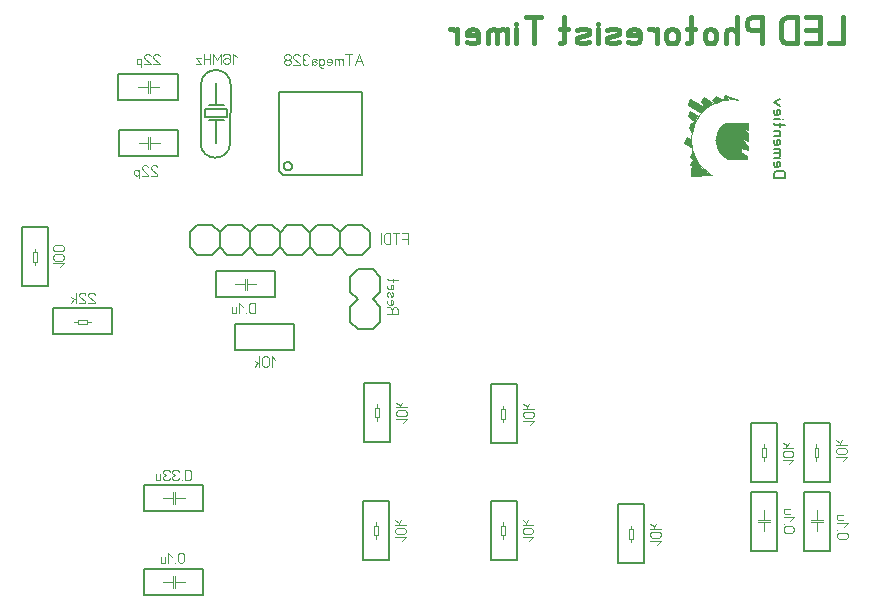
<source format=gbr>
%FSLAX34Y34*%
%MOMM*%
%LNSILK_BOTTOM*%
G71*
G01*
%ADD10C,0.150*%
%ADD11C,0.100*%
%ADD12C,0.111*%
%ADD13C,0.175*%
%ADD14C,0.200*%
%ADD15C,0.397*%
%LPD*%
G54D10*
X123416Y332959D02*
X101416Y332959D01*
X101416Y282959D01*
X123416Y282959D01*
X123416Y332959D01*
G54D11*
X112695Y315000D02*
X112695Y311799D01*
X114295Y311799D01*
X114295Y303900D01*
X111095Y303899D01*
X111095Y311799D01*
X112695Y311799D01*
G54D11*
X112695Y303899D02*
X112695Y300700D01*
G54D12*
X133593Y299107D02*
X136926Y302440D01*
X128037Y302440D01*
G54D12*
X135259Y310217D02*
X129704Y310217D01*
X128593Y309551D01*
X128037Y308217D01*
X128037Y306884D01*
X128593Y305551D01*
X129704Y304884D01*
X135259Y304884D01*
X136370Y305551D01*
X136926Y306884D01*
X136926Y308217D01*
X136370Y309551D01*
X135259Y310217D01*
G54D12*
X135259Y317994D02*
X129704Y317994D01*
X128593Y317328D01*
X128037Y315994D01*
X128037Y314661D01*
X128593Y313328D01*
X129704Y312661D01*
X135259Y312661D01*
X136370Y313328D01*
X136926Y314661D01*
X136926Y315994D01*
X136370Y317328D01*
X135259Y317994D01*
G54D10*
X127865Y242306D02*
X127865Y264306D01*
X177865Y264306D01*
X177865Y242306D01*
X127865Y242306D01*
G54D11*
X145825Y253027D02*
X149025Y253027D01*
X149025Y251427D01*
X156925Y251427D01*
X156925Y254627D01*
X149025Y254627D01*
X149025Y253027D01*
G54D11*
X156925Y253027D02*
X160125Y253027D01*
G54D12*
X157826Y268880D02*
X163159Y268880D01*
X163159Y269435D01*
X162493Y270546D01*
X158493Y273880D01*
X157826Y274991D01*
X157826Y276102D01*
X158493Y277213D01*
X159826Y277769D01*
X161159Y277769D01*
X162493Y277213D01*
X163159Y276102D01*
G54D12*
X150049Y268880D02*
X155382Y268880D01*
X155382Y269435D01*
X154716Y270546D01*
X150716Y273880D01*
X150049Y274991D01*
X150049Y276102D01*
X150716Y277213D01*
X152049Y277769D01*
X153382Y277769D01*
X154716Y277213D01*
X155382Y276102D01*
G54D12*
X147605Y268880D02*
X147605Y277769D01*
G54D12*
X145605Y272213D02*
X143605Y268880D01*
G54D12*
X147605Y271102D02*
X143605Y273880D01*
G54D10*
X763682Y167664D02*
X785682Y167664D01*
X785682Y117664D01*
X763682Y117664D01*
X763682Y167664D01*
G54D11*
X774404Y149704D02*
X774404Y146504D01*
X772804Y146504D01*
X772804Y138604D01*
X776004Y138604D01*
X776004Y146504D01*
X774404Y146504D01*
G54D11*
X774404Y138604D02*
X774404Y135404D01*
G54D12*
X796606Y135148D02*
X799939Y138481D01*
X791050Y138481D01*
G54D12*
X798273Y146258D02*
X792717Y146258D01*
X791606Y145591D01*
X791050Y144258D01*
X791050Y142925D01*
X791606Y141591D01*
X792717Y140925D01*
X798273Y140925D01*
X799384Y141591D01*
X799939Y142925D01*
X799939Y144258D01*
X799384Y145591D01*
X798273Y146258D01*
G54D12*
X791050Y148702D02*
X799939Y148702D01*
G54D12*
X794384Y150702D02*
X791050Y152702D01*
G54D12*
X793273Y148702D02*
X796050Y152702D01*
G54D11*
X239560Y103705D02*
X231560Y103705D01*
X231560Y108705D01*
X231560Y98705D01*
G54D11*
X229560Y108705D02*
X229560Y98705D01*
G54D11*
X229560Y103705D02*
X221560Y103705D01*
G54D10*
X204899Y114709D02*
X204899Y92709D01*
X254899Y92709D01*
X254899Y114709D01*
X204899Y114709D01*
G54D12*
X239384Y126156D02*
X239384Y120600D01*
X240050Y119489D01*
X241384Y118933D01*
X242717Y118933D01*
X244050Y119489D01*
X244717Y120600D01*
X244717Y126156D01*
X244050Y127267D01*
X242717Y127822D01*
X241384Y127822D01*
X240050Y127267D01*
X239384Y126156D01*
G54D12*
X236940Y118933D02*
X236940Y118933D01*
G54D12*
X234496Y126156D02*
X233830Y127267D01*
X232496Y127822D01*
X231163Y127822D01*
X229830Y127267D01*
X229163Y126156D01*
X229163Y125044D01*
X229830Y123933D01*
X231163Y123378D01*
X229830Y122822D01*
X229163Y121711D01*
X229163Y120600D01*
X229830Y119489D01*
X231163Y118933D01*
X232496Y118933D01*
X233830Y119489D01*
X234496Y120600D01*
G54D12*
X226719Y126156D02*
X226052Y127267D01*
X224719Y127822D01*
X223386Y127822D01*
X222052Y127267D01*
X221386Y126156D01*
X221386Y125044D01*
X222052Y123933D01*
X223386Y123378D01*
X222052Y122822D01*
X221386Y121711D01*
X221386Y120600D01*
X222052Y119489D01*
X223386Y118933D01*
X224719Y118933D01*
X226052Y119489D01*
X226719Y120600D01*
G54D12*
X214942Y123933D02*
X214942Y118933D01*
G54D12*
X214942Y120044D02*
X215609Y119156D01*
X216942Y118933D01*
X218276Y119156D01*
X218942Y120044D01*
X218942Y123933D01*
G54D11*
X239560Y33061D02*
X231560Y33061D01*
X231560Y38061D01*
X231560Y28061D01*
G54D11*
X229560Y38061D02*
X229560Y28061D01*
G54D11*
X229560Y33061D02*
X221560Y33061D01*
G54D10*
X204899Y44065D02*
X204899Y22065D01*
X254899Y22065D01*
X254899Y44065D01*
X204899Y44065D01*
G54D12*
X233828Y55909D02*
X233828Y50353D01*
X234494Y49242D01*
X235828Y48686D01*
X237161Y48686D01*
X238494Y49242D01*
X239161Y50353D01*
X239161Y55909D01*
X238494Y57020D01*
X237161Y57575D01*
X235828Y57575D01*
X234494Y57020D01*
X233828Y55909D01*
G54D12*
X231384Y48686D02*
X231384Y48686D01*
G54D12*
X228940Y54242D02*
X225606Y57575D01*
X225606Y48686D01*
G54D12*
X219163Y53686D02*
X219163Y48686D01*
G54D12*
X219163Y49798D02*
X219830Y48909D01*
X221163Y48686D01*
X222496Y48909D01*
X223163Y49798D01*
X223163Y53686D01*
G54D13*
X738342Y374839D02*
X748120Y374839D01*
X748120Y378505D01*
X747509Y379972D01*
X746286Y380705D01*
X740175Y380705D01*
X738953Y379972D01*
X738342Y378505D01*
X738342Y374839D01*
G54D13*
X738953Y388528D02*
X738342Y387354D01*
X738342Y385888D01*
X738953Y384421D01*
X740175Y384128D01*
X742253Y384128D01*
X743475Y384861D01*
X743842Y386328D01*
X743475Y387794D01*
X742620Y388528D01*
X741398Y388528D01*
X741398Y384128D01*
G54D13*
X738342Y391950D02*
X743842Y391950D01*
G54D13*
X742864Y391950D02*
X743842Y393416D01*
X743475Y394883D01*
X742620Y395616D01*
X738342Y395616D01*
G54D13*
X742864Y395616D02*
X743842Y397083D01*
X743475Y398550D01*
X742620Y399283D01*
X738342Y399283D01*
G54D13*
X738953Y407105D02*
X738342Y405931D01*
X738342Y404465D01*
X738953Y402998D01*
X740175Y402705D01*
X742253Y402705D01*
X743475Y403438D01*
X743842Y404905D01*
X743475Y406371D01*
X742620Y407105D01*
X741398Y407105D01*
X741398Y402705D01*
G54D13*
X738342Y410527D02*
X743842Y410527D01*
G54D13*
X742620Y410527D02*
X743475Y411260D01*
X743842Y412727D01*
X743475Y414193D01*
X742620Y414927D01*
X738342Y414927D01*
G54D13*
X748120Y419815D02*
X738953Y419815D01*
X738342Y420549D01*
X738586Y421282D01*
G54D13*
X743842Y418349D02*
X743842Y421282D01*
G54D13*
X738342Y424704D02*
X743842Y424704D01*
G54D13*
X745675Y424704D02*
X745675Y424704D01*
G54D13*
X738953Y432526D02*
X738342Y431352D01*
X738342Y429886D01*
X738953Y428419D01*
X740175Y428126D01*
X742253Y428126D01*
X743475Y428859D01*
X743842Y430326D01*
X743475Y431792D01*
X742620Y432526D01*
X741398Y432526D01*
X741398Y428126D01*
G54D13*
X743842Y435948D02*
X738342Y438881D01*
X743842Y441814D01*
G54D11*
G75*
G01X697683Y421209D02*
G03X697683Y391764I8500J-14722D01*
G01*
G36*
G75*
G01X697683Y421209D02*
G03X697683Y391764I8500J-14722D01*
G01*
G37*
X697683Y421209D01*
G36*
X697683Y421209D02*
X716442Y421209D01*
X716455Y421196D01*
X716455Y415640D01*
X712486Y417227D01*
X716058Y412465D01*
X716058Y405718D01*
X709708Y409290D01*
X716058Y402146D01*
X716058Y398177D01*
X710502Y400162D01*
X710502Y396987D01*
X715661Y393415D01*
X715661Y391034D01*
X698414Y391034D01*
X697683Y391764D01*
X697683Y421209D01*
G37*
G54D11*
X697683Y421209D02*
X716442Y421209D01*
X716455Y421196D01*
X716455Y415640D01*
X712486Y417227D01*
X716058Y412465D01*
X716058Y405718D01*
X709708Y409290D01*
X716058Y402146D01*
X716058Y398177D01*
X710502Y400162D01*
X710502Y396987D01*
X715661Y393415D01*
X715661Y391034D01*
X698414Y391034D01*
X697683Y391764D01*
X697683Y421209D01*
G36*
X708120Y441040D02*
X700977Y442230D01*
X695024Y441040D01*
X697008Y445405D01*
X708120Y441040D01*
G37*
G54D11*
X708120Y441040D02*
X700977Y442230D01*
X695024Y441040D01*
X697008Y445405D01*
X708120Y441040D01*
G54D11*
G75*
G01X708142Y440999D02*
G03X685629Y377069I-5159J-34112D01*
G01*
G36*
X695024Y441040D02*
X689467Y444612D01*
X686292Y441040D01*
X689070Y438659D01*
X695024Y441040D01*
G37*
G54D11*
X695024Y441040D02*
X689467Y444612D01*
X686292Y441040D01*
X689070Y438659D01*
X695024Y441040D01*
G36*
X687086Y437865D02*
X679545Y443024D01*
X676767Y439055D01*
X681133Y433896D01*
X667242Y441834D01*
X665258Y436674D01*
X676370Y429530D01*
X680736Y434293D01*
X687086Y437865D01*
G37*
G54D11*
X687086Y437865D02*
X679545Y443024D01*
X676767Y439055D01*
X681133Y433896D01*
X667242Y441834D01*
X665258Y436674D01*
X676370Y429530D01*
X680736Y434293D01*
X687086Y437865D01*
G36*
X674386Y427149D02*
X670417Y420005D01*
X668830Y412465D01*
X666448Y416830D01*
X668433Y421593D01*
X671211Y421990D01*
X665258Y427149D01*
X667639Y431912D01*
X674386Y427149D01*
G37*
G54D11*
X674386Y427149D02*
X670417Y420005D01*
X668830Y412465D01*
X666448Y416830D01*
X668433Y421593D01*
X671211Y421990D01*
X665258Y427149D01*
X667639Y431912D01*
X674386Y427149D01*
G36*
X668036Y407305D02*
X664464Y409687D01*
X662480Y404130D01*
X668433Y400955D01*
X668036Y407305D01*
G37*
G54D11*
X668036Y407305D02*
X664464Y409687D01*
X662480Y404130D01*
X668433Y400955D01*
X668036Y407305D01*
G36*
X685629Y377069D02*
X681927Y378730D01*
X675974Y383890D01*
X671211Y391827D01*
X669624Y397780D01*
X667242Y392224D01*
X669624Y390240D01*
X667242Y385477D01*
X669624Y384684D01*
X668433Y383493D01*
X668433Y376349D01*
X685629Y377069D01*
G37*
G54D11*
X685629Y377069D02*
X681927Y378730D01*
X675974Y383890D01*
X671211Y391827D01*
X669624Y397780D01*
X667242Y392224D01*
X669624Y390240D01*
X667242Y385477D01*
X669624Y384684D01*
X668433Y383493D01*
X668433Y376349D01*
X685629Y377069D01*
G54D14*
X396285Y315978D02*
X396285Y328678D01*
X389935Y335028D01*
X377235Y335028D01*
X370885Y328678D01*
X364535Y335028D01*
X351835Y335028D01*
X345485Y328678D01*
X345485Y315978D01*
X351835Y309628D01*
X364535Y309628D01*
X370885Y315978D01*
X377235Y309628D01*
X389935Y309628D01*
X396285Y315978D01*
G54D14*
X370885Y328678D02*
X370885Y315978D01*
G54D14*
X345485Y315978D02*
X339135Y309628D01*
X326435Y309628D01*
X320085Y315978D01*
X313735Y309628D01*
X301035Y309628D01*
X294685Y315978D01*
X288335Y309628D01*
X275635Y309628D01*
X269285Y315978D01*
X262935Y309628D01*
X250235Y309628D01*
X243885Y315978D01*
X243885Y328678D01*
X250235Y335028D01*
X262935Y335028D01*
X269285Y328678D01*
X269285Y315978D01*
G54D14*
X269285Y328678D02*
X275635Y335028D01*
X288335Y335028D01*
X294685Y328678D01*
X294685Y315978D01*
G54D14*
X294685Y328678D02*
X301035Y335028D01*
X313735Y335028D01*
X320085Y328678D01*
X320085Y315978D01*
G54D14*
X320085Y328282D02*
X326435Y334632D01*
X339135Y334632D01*
X345485Y328282D01*
G54D14*
X389300Y377262D02*
X389300Y447366D01*
X319196Y447366D01*
X319196Y380818D01*
X322752Y377262D01*
X389300Y377262D01*
G54D14*
X327400Y388413D02*
X326816Y388464D01*
X326232Y388413D01*
X325648Y388260D01*
X325114Y388032D01*
X324606Y387702D01*
X324175Y387295D01*
X323819Y386838D01*
X323540Y386330D01*
X323336Y385771D01*
X323235Y385187D01*
X323235Y384578D01*
X323336Y383993D01*
X323540Y383434D01*
X323819Y382926D01*
X324175Y382469D01*
X324606Y382063D01*
X325114Y381733D01*
X325648Y381504D01*
X326232Y381352D01*
X326816Y381301D01*
X327400Y381352D01*
X327985Y381504D01*
X328518Y381733D01*
X329026Y382063D01*
X329458Y382469D01*
X329814Y382926D01*
X330093Y383434D01*
X330296Y383993D01*
X330398Y384578D01*
X330398Y385187D01*
X330296Y385771D01*
X330093Y386330D01*
X329814Y386838D01*
X329458Y387295D01*
X329026Y387702D01*
X328518Y388032D01*
X327985Y388260D01*
X327400Y388413D01*
G54D12*
X428281Y318991D02*
X428281Y327880D01*
X423614Y327880D01*
G54D12*
X428281Y323435D02*
X423614Y323435D01*
G54D12*
X418504Y318991D02*
X418504Y327880D01*
G54D12*
X421170Y327880D02*
X415837Y327880D01*
G54D12*
X413393Y318991D02*
X413393Y327880D01*
X410060Y327880D01*
X408726Y327324D01*
X408060Y326213D01*
X408060Y320658D01*
X408726Y319546D01*
X410060Y318991D01*
X413393Y318991D01*
G54D12*
X405616Y318991D02*
X405616Y327880D01*
G54D12*
X390069Y470551D02*
X386736Y479440D01*
X383402Y470551D01*
G54D12*
X388736Y473884D02*
X384736Y473884D01*
G54D12*
X378292Y470551D02*
X378292Y479440D01*
G54D12*
X380958Y479440D02*
X375625Y479440D01*
G54D12*
X373181Y470551D02*
X373181Y475551D01*
G54D12*
X373181Y474662D02*
X371848Y475551D01*
X370514Y475217D01*
X369848Y474440D01*
X369848Y470551D01*
G54D12*
X369848Y474662D02*
X368514Y475551D01*
X367181Y475217D01*
X366514Y474440D01*
X366514Y470551D01*
G54D12*
X360070Y471106D02*
X361137Y470551D01*
X362470Y470551D01*
X363804Y471106D01*
X364070Y472217D01*
X364070Y474106D01*
X363404Y475217D01*
X362070Y475551D01*
X360737Y475217D01*
X360070Y474440D01*
X360070Y473328D01*
X364070Y473328D01*
G54D12*
X357626Y468884D02*
X356293Y468328D01*
X355360Y468328D01*
X354026Y468884D01*
X353626Y469995D01*
X353626Y475551D01*
G54D12*
X353626Y474106D02*
X354293Y475217D01*
X355626Y475551D01*
X356960Y475217D01*
X357626Y474106D01*
X357626Y471884D01*
X356960Y470773D01*
X355626Y470551D01*
X354293Y470773D01*
X353626Y471884D01*
G54D12*
X351182Y474995D02*
X349849Y475551D01*
X348249Y475551D01*
X347182Y474440D01*
X347182Y470551D01*
G54D12*
X347182Y472217D02*
X347849Y473328D01*
X349182Y473551D01*
X350516Y473328D01*
X351182Y472217D01*
X350916Y471106D01*
X349849Y470551D01*
X349182Y470551D01*
X348916Y470551D01*
X347849Y471106D01*
X347182Y472217D01*
G54D12*
X344738Y477773D02*
X344072Y478884D01*
X342738Y479440D01*
X341405Y479440D01*
X340072Y478884D01*
X339405Y477773D01*
X339405Y476662D01*
X340072Y475551D01*
X341405Y474995D01*
X340072Y474440D01*
X339405Y473328D01*
X339405Y472217D01*
X340072Y471106D01*
X341405Y470551D01*
X342738Y470551D01*
X344072Y471106D01*
X344738Y472217D01*
G54D12*
X331628Y470551D02*
X336961Y470551D01*
X336961Y471106D01*
X336294Y472217D01*
X332294Y475551D01*
X331628Y476662D01*
X331628Y477773D01*
X332294Y478884D01*
X333628Y479440D01*
X334961Y479440D01*
X336294Y478884D01*
X336961Y477773D01*
G54D12*
X325851Y474995D02*
X327184Y474995D01*
X328518Y475551D01*
X329184Y476662D01*
X329184Y477773D01*
X328518Y478884D01*
X327184Y479440D01*
X325851Y479440D01*
X324518Y478884D01*
X323851Y477773D01*
X323851Y476662D01*
X324518Y475551D01*
X325851Y474995D01*
X324518Y474440D01*
X323851Y473328D01*
X323851Y472217D01*
X324518Y471106D01*
X325851Y470551D01*
X327184Y470551D01*
X328518Y471106D01*
X329184Y472217D01*
X329184Y473328D01*
X328518Y474440D01*
X327184Y474995D01*
G54D12*
X283458Y476827D02*
X280124Y480161D01*
X280124Y471272D01*
G54D12*
X272347Y478494D02*
X273014Y479605D01*
X274347Y480161D01*
X275680Y480161D01*
X277014Y479605D01*
X277680Y478494D01*
X277680Y475716D01*
X277680Y475161D01*
X275680Y476272D01*
X274347Y476272D01*
X273014Y475716D01*
X272347Y474605D01*
X272347Y472938D01*
X273014Y471827D01*
X274347Y471272D01*
X275680Y471272D01*
X277014Y471827D01*
X277680Y472938D01*
X277680Y475716D01*
G54D12*
X269904Y471272D02*
X269904Y480161D01*
X266570Y474605D01*
X263237Y480161D01*
X263237Y471272D01*
G54D12*
X260792Y471272D02*
X260792Y480161D01*
G54D12*
X255459Y471272D02*
X255459Y480161D01*
G54D12*
X260792Y475716D02*
X255459Y475716D01*
G54D12*
X253016Y476272D02*
X249016Y476272D01*
X253016Y471272D01*
X249016Y471272D01*
G54D14*
G75*
G01X252952Y404500D02*
G03X277952Y404500I12500J0D01*
G01*
G54D14*
G75*
G01X278352Y453700D02*
G03X253352Y453700I-12500J0D01*
G01*
G54D14*
X253152Y404600D02*
X253252Y453700D01*
G54D14*
X278252Y404600D02*
X278652Y454100D01*
G54D14*
X275652Y426700D02*
X256552Y426700D01*
X256552Y433100D01*
X275652Y433100D01*
X275652Y426700D01*
G54D14*
X272452Y423600D02*
X259752Y423600D01*
G54D14*
X272452Y436200D02*
X259752Y436200D01*
G54D14*
X266052Y436200D02*
X266052Y455300D01*
G54D14*
X266052Y404500D02*
X266052Y423600D01*
G54D12*
X213036Y470875D02*
X218369Y470875D01*
X218369Y471431D01*
X217703Y472542D01*
X213703Y475875D01*
X213036Y476986D01*
X213036Y478098D01*
X213703Y479209D01*
X215036Y479764D01*
X216369Y479764D01*
X217703Y479209D01*
X218369Y478098D01*
G54D12*
X205259Y470875D02*
X210592Y470875D01*
X210592Y471431D01*
X209926Y472542D01*
X205926Y475875D01*
X205259Y476986D01*
X205259Y478098D01*
X205926Y479209D01*
X207259Y479764D01*
X208592Y479764D01*
X209926Y479209D01*
X210592Y478098D01*
G54D12*
X202815Y475875D02*
X202815Y468653D01*
G54D12*
X202815Y472542D02*
X202149Y471098D01*
X200815Y470875D01*
X199482Y471098D01*
X198815Y472209D01*
X198815Y474431D01*
X199482Y475542D01*
X200815Y475875D01*
X202149Y475542D01*
X202815Y474209D01*
G54D12*
X211052Y376816D02*
X216385Y376816D01*
X216385Y377372D01*
X215718Y378483D01*
X211718Y381816D01*
X211052Y382927D01*
X211052Y384038D01*
X211718Y385149D01*
X213052Y385705D01*
X214385Y385705D01*
X215718Y385149D01*
X216385Y384038D01*
G54D12*
X203275Y376816D02*
X208608Y376816D01*
X208608Y377372D01*
X207941Y378483D01*
X203941Y381816D01*
X203275Y382927D01*
X203275Y384038D01*
X203941Y385149D01*
X205275Y385705D01*
X206608Y385705D01*
X207941Y385149D01*
X208608Y384038D01*
G54D12*
X200831Y381816D02*
X200831Y374594D01*
G54D12*
X200831Y378483D02*
X200164Y377038D01*
X198831Y376816D01*
X197498Y377038D01*
X196831Y378149D01*
X196831Y380372D01*
X197498Y381483D01*
X198831Y381816D01*
X200164Y381483D01*
X200831Y380149D01*
G54D12*
X294024Y267567D02*
X294024Y262012D01*
X294691Y260901D01*
X296024Y260345D01*
X297358Y260345D01*
X298691Y260901D01*
X299358Y262012D01*
X299358Y267567D01*
X298691Y268678D01*
X297358Y269234D01*
X296024Y269234D01*
X294691Y268678D01*
X294024Y267567D01*
G54D12*
X291581Y260345D02*
X291581Y260345D01*
G54D12*
X289137Y265901D02*
X285804Y269234D01*
X285804Y260345D01*
G54D12*
X279360Y265345D02*
X279360Y260345D01*
G54D12*
X279360Y261456D02*
X280026Y260567D01*
X281360Y260345D01*
X282693Y260567D01*
X283360Y261456D01*
X283360Y265345D01*
G54D10*
X391431Y201227D02*
X413431Y201227D01*
X413431Y151227D01*
X391431Y151227D01*
X391431Y201227D01*
G54D11*
X402152Y183267D02*
X402152Y180067D01*
X400552Y180067D01*
X400552Y172167D01*
X403752Y172167D01*
X403752Y180067D01*
X402152Y180067D01*
G54D11*
X402152Y172167D02*
X402152Y168967D01*
G54D12*
X424354Y167124D02*
X427688Y170457D01*
X418799Y170457D01*
G54D12*
X426021Y178234D02*
X420466Y178234D01*
X419354Y177568D01*
X418799Y176234D01*
X418799Y174901D01*
X419354Y173568D01*
X420466Y172901D01*
X426021Y172901D01*
X427132Y173568D01*
X427688Y174901D01*
X427688Y176234D01*
X427132Y177568D01*
X426021Y178234D01*
G54D12*
X418799Y180678D02*
X427688Y180678D01*
G54D12*
X422132Y182678D02*
X418799Y184678D01*
G54D12*
X421021Y180678D02*
X423799Y184678D01*
G54D10*
X498587Y200037D02*
X520587Y200037D01*
X520587Y150037D01*
X498587Y150037D01*
X498587Y200037D01*
G54D11*
X509308Y182077D02*
X509308Y178877D01*
X507708Y178877D01*
X507708Y170977D01*
X510908Y170977D01*
X510908Y178877D01*
X509308Y178877D01*
G54D11*
X509308Y170977D02*
X509308Y167777D01*
G54D12*
X531511Y165933D02*
X534844Y169267D01*
X525955Y169267D01*
G54D12*
X533177Y177044D02*
X527622Y177044D01*
X526511Y176377D01*
X525955Y175044D01*
X525955Y173710D01*
X526511Y172377D01*
X527622Y171710D01*
X533177Y171710D01*
X534288Y172377D01*
X534844Y173710D01*
X534844Y175044D01*
X534288Y176377D01*
X533177Y177044D01*
G54D12*
X525955Y179487D02*
X534844Y179487D01*
G54D12*
X529288Y181487D02*
X525955Y183487D01*
G54D12*
X528177Y179487D02*
X530955Y183487D01*
G54D10*
X390637Y101612D02*
X412637Y101612D01*
X412637Y51612D01*
X390637Y51612D01*
X390637Y101612D01*
G54D11*
X401358Y83652D02*
X401358Y80452D01*
X399758Y80452D01*
X399758Y72552D01*
X402958Y72552D01*
X402958Y80452D01*
X401358Y80452D01*
G54D11*
X401358Y72552D02*
X401358Y69352D01*
G54D12*
X423164Y67508D02*
X426497Y70842D01*
X417608Y70842D01*
G54D12*
X424830Y78619D02*
X419275Y78619D01*
X418164Y77952D01*
X417608Y76619D01*
X417608Y75285D01*
X418164Y73952D01*
X419275Y73285D01*
X424830Y73285D01*
X425942Y73952D01*
X426497Y75285D01*
X426497Y76619D01*
X425942Y77952D01*
X424830Y78619D01*
G54D12*
X417608Y81062D02*
X426497Y81062D01*
G54D12*
X420942Y83062D02*
X417608Y85062D01*
G54D12*
X419830Y81062D02*
X422608Y85062D01*
G54D10*
X498587Y101612D02*
X520587Y101612D01*
X520587Y51612D01*
X498587Y51612D01*
X498587Y101612D01*
G54D11*
X509308Y83652D02*
X509308Y80452D01*
X507708Y80452D01*
X507708Y72552D01*
X510908Y72552D01*
X510908Y80452D01*
X509308Y80452D01*
G54D11*
X509308Y72552D02*
X509308Y69352D01*
G54D12*
X531114Y67508D02*
X534447Y70842D01*
X525558Y70842D01*
G54D12*
X532780Y78619D02*
X527225Y78619D01*
X526114Y77952D01*
X525558Y76619D01*
X525558Y75285D01*
X526114Y73952D01*
X527225Y73285D01*
X532780Y73285D01*
X533892Y73952D01*
X534447Y75285D01*
X534447Y76619D01*
X533892Y77952D01*
X532780Y78619D01*
G54D12*
X525558Y81062D02*
X534447Y81062D01*
G54D12*
X528892Y83062D02*
X525558Y85062D01*
G54D12*
X527780Y81062D02*
X530558Y85062D01*
G54D10*
X606537Y98437D02*
X628537Y98437D01*
X628537Y48437D01*
X606537Y48437D01*
X606537Y98437D01*
G54D11*
X617258Y80477D02*
X617258Y77277D01*
X615658Y77277D01*
X615658Y69377D01*
X618858Y69377D01*
X618858Y77277D01*
X617258Y77277D01*
G54D11*
X617258Y69377D02*
X617258Y66177D01*
G54D12*
X639064Y64333D02*
X642397Y67667D01*
X633508Y67667D01*
G54D12*
X640730Y75444D02*
X635175Y75444D01*
X634064Y74777D01*
X633508Y73444D01*
X633508Y72110D01*
X634064Y70777D01*
X635175Y70110D01*
X640730Y70110D01*
X641842Y70777D01*
X642397Y72110D01*
X642397Y73444D01*
X641842Y74777D01*
X640730Y75444D01*
G54D12*
X633508Y77887D02*
X642397Y77887D01*
G54D12*
X636842Y79887D02*
X633508Y81887D01*
G54D12*
X635730Y77887D02*
X638508Y81887D01*
G54D10*
X719232Y167664D02*
X741232Y167664D01*
X741232Y117664D01*
X719232Y117664D01*
X719232Y167664D01*
G54D11*
X729954Y149704D02*
X729954Y146504D01*
X728354Y146504D01*
X728354Y138604D01*
X731554Y138604D01*
X731554Y146504D01*
X729954Y146504D01*
G54D11*
X729954Y138604D02*
X729954Y135404D01*
G54D12*
X751362Y132766D02*
X754696Y136100D01*
X745807Y136100D01*
G54D12*
X753029Y143877D02*
X747473Y143877D01*
X746362Y143210D01*
X745807Y141877D01*
X745807Y140543D01*
X746362Y139210D01*
X747473Y138543D01*
X753029Y138543D01*
X754140Y139210D01*
X754696Y140543D01*
X754696Y141877D01*
X754140Y143210D01*
X753029Y143877D01*
G54D12*
X745807Y146320D02*
X754696Y146320D01*
G54D12*
X749140Y148320D02*
X745807Y150320D01*
G54D12*
X748029Y146320D02*
X750807Y150320D01*
G54D11*
X774704Y93635D02*
X774704Y85635D01*
X769704Y85635D01*
X779704Y85635D01*
G54D11*
X769704Y83635D02*
X779704Y83635D01*
G54D11*
X774704Y83635D02*
X774704Y75635D01*
G54D10*
X763699Y58974D02*
X785699Y58974D01*
X785699Y108974D01*
X763699Y108974D01*
X763699Y58974D01*
G54D12*
X799084Y74580D02*
X793528Y74580D01*
X792417Y73914D01*
X791861Y72580D01*
X791861Y71247D01*
X792417Y69914D01*
X793528Y69247D01*
X799084Y69247D01*
X800195Y69914D01*
X800750Y71247D01*
X800750Y72580D01*
X800195Y73914D01*
X799084Y74580D01*
G54D12*
X791861Y77024D02*
X791861Y77024D01*
G54D12*
X797417Y79468D02*
X800750Y82802D01*
X791861Y82802D01*
G54D12*
X796861Y89245D02*
X791861Y89245D01*
G54D12*
X792972Y89245D02*
X792084Y88578D01*
X791861Y87245D01*
X792084Y85912D01*
X792972Y85245D01*
X796861Y85245D01*
G54D11*
X730254Y93635D02*
X730254Y85635D01*
X725254Y85635D01*
X735254Y85635D01*
G54D11*
X725254Y83635D02*
X735254Y83635D01*
G54D11*
X730254Y83635D02*
X730254Y75635D01*
G54D10*
X719249Y58974D02*
X741249Y58974D01*
X741249Y108974D01*
X719249Y108974D01*
X719249Y58974D01*
G54D12*
X753840Y79740D02*
X748284Y79740D01*
X747173Y79073D01*
X746618Y77740D01*
X746618Y76406D01*
X747173Y75073D01*
X748284Y74406D01*
X753840Y74406D01*
X754951Y75073D01*
X755506Y76406D01*
X755506Y77740D01*
X754951Y79073D01*
X753840Y79740D01*
G54D12*
X746618Y82184D02*
X746618Y82184D01*
G54D12*
X752173Y84628D02*
X755506Y87961D01*
X746618Y87961D01*
G54D12*
X751618Y94404D02*
X746618Y94404D01*
G54D12*
X747729Y94404D02*
X746840Y93738D01*
X746618Y92404D01*
X746840Y91071D01*
X747729Y90404D01*
X751618Y90404D01*
G54D10*
X281875Y229058D02*
X281875Y251058D01*
X331875Y251058D01*
X331875Y229058D01*
X281875Y229058D01*
G54D12*
X316376Y220707D02*
X313042Y224040D01*
X313042Y215151D01*
G54D12*
X305265Y222374D02*
X305265Y216818D01*
X305932Y215707D01*
X307265Y215151D01*
X308598Y215151D01*
X309932Y215707D01*
X310598Y216818D01*
X310598Y222374D01*
X309932Y223485D01*
X308598Y224040D01*
X307265Y224040D01*
X305932Y223485D01*
X305265Y222374D01*
G54D12*
X302822Y215151D02*
X302822Y224040D01*
G54D12*
X300822Y218485D02*
X298822Y215151D01*
G54D12*
X302822Y217374D02*
X298822Y220151D01*
G54D14*
X385967Y246922D02*
X398667Y246922D01*
X405017Y253272D01*
X405017Y265972D01*
X398667Y272322D01*
X405017Y278672D01*
X405017Y291372D01*
X398667Y297722D01*
X385967Y297722D01*
X379617Y291372D01*
X379617Y278672D01*
X385967Y272322D01*
X379617Y265972D01*
X379617Y253272D01*
X385967Y246922D01*
G54D12*
X415453Y262483D02*
X414342Y264483D01*
X413231Y265150D01*
X411009Y265150D01*
G54D12*
X411009Y259816D02*
X419898Y259816D01*
X419898Y263150D01*
X419342Y264483D01*
X418231Y265150D01*
X417120Y265150D01*
X416009Y264483D01*
X415453Y263150D01*
X415453Y259816D01*
G54D12*
X411564Y271593D02*
X411009Y270527D01*
X411009Y269193D01*
X411564Y267860D01*
X412676Y267593D01*
X414564Y267593D01*
X415676Y268260D01*
X416009Y269593D01*
X415676Y270927D01*
X414898Y271593D01*
X413787Y271593D01*
X413787Y267593D01*
G54D12*
X411564Y274037D02*
X411009Y275371D01*
X411009Y276704D01*
X411564Y278037D01*
X412676Y278037D01*
X413231Y277371D01*
X413787Y274704D01*
X414342Y274037D01*
X415453Y274037D01*
X416009Y275371D01*
X416009Y276704D01*
X415453Y278037D01*
G54D12*
X411564Y284481D02*
X411009Y283415D01*
X411009Y282081D01*
X411564Y280748D01*
X412676Y280481D01*
X414564Y280481D01*
X415676Y281148D01*
X416009Y282481D01*
X415676Y283815D01*
X414898Y284481D01*
X413787Y284481D01*
X413787Y280481D01*
G54D12*
X419898Y288259D02*
X411564Y288259D01*
X411009Y288925D01*
X411231Y289592D01*
G54D12*
X416009Y286925D02*
X416009Y289592D01*
G54D15*
X796649Y510967D02*
X796649Y488745D01*
X784983Y488745D01*
G54D15*
X765538Y488745D02*
X777204Y488745D01*
X777204Y510967D01*
X765538Y510967D01*
G54D15*
X777204Y499856D02*
X765538Y499856D01*
G54D15*
X757759Y488745D02*
X757759Y510967D01*
X749426Y510967D01*
X746093Y509578D01*
X744426Y506801D01*
X744426Y492912D01*
X746093Y490134D01*
X749426Y488745D01*
X757759Y488745D01*
G54D15*
X728537Y488745D02*
X728537Y510967D01*
X720204Y510967D01*
X716871Y509578D01*
X715204Y506801D01*
X715204Y504023D01*
X716871Y501245D01*
X720204Y499856D01*
X728537Y499856D01*
G54D15*
X707426Y488745D02*
X707426Y510967D01*
G54D15*
X707426Y497634D02*
X705760Y500412D01*
X702426Y501245D01*
X699093Y500412D01*
X697426Y497634D01*
X697426Y488745D01*
G54D15*
X679648Y492078D02*
X679648Y497634D01*
X681315Y500412D01*
X684648Y501245D01*
X687982Y500412D01*
X689648Y497634D01*
X689648Y492078D01*
X687982Y489301D01*
X684648Y488745D01*
X681315Y489301D01*
X679648Y492078D01*
G54D15*
X668537Y510967D02*
X668537Y490134D01*
X666870Y488745D01*
X665204Y489301D01*
G54D15*
X671870Y501245D02*
X665204Y501245D01*
G54D15*
X647425Y492078D02*
X647425Y497634D01*
X649092Y500412D01*
X652425Y501245D01*
X655759Y500412D01*
X657425Y497634D01*
X657425Y492078D01*
X655759Y489301D01*
X652425Y488745D01*
X649092Y489301D01*
X647425Y492078D01*
G54D15*
X639647Y488745D02*
X639647Y501245D01*
G54D15*
X639647Y498467D02*
X636314Y501245D01*
X632981Y501245D01*
G54D15*
X615202Y490134D02*
X617869Y488745D01*
X621202Y488745D01*
X624536Y490134D01*
X625202Y492912D01*
X625202Y497634D01*
X623536Y500412D01*
X620202Y501245D01*
X616869Y500412D01*
X615202Y498467D01*
X615202Y495690D01*
X625202Y495690D01*
G54D15*
X607424Y490134D02*
X604091Y488745D01*
X600758Y488745D01*
X597424Y490134D01*
X597424Y492912D01*
X599091Y494301D01*
X605758Y495690D01*
X607424Y497078D01*
X607424Y499856D01*
X604091Y501245D01*
X600758Y501245D01*
X597424Y499856D01*
G54D15*
X589646Y488745D02*
X589646Y501245D01*
G54D15*
X589646Y505412D02*
X589646Y505412D01*
G54D15*
X581868Y490134D02*
X578535Y488745D01*
X575202Y488745D01*
X571868Y490134D01*
X571868Y492912D01*
X573535Y494301D01*
X580202Y495690D01*
X581868Y497078D01*
X581868Y499856D01*
X578535Y501245D01*
X575202Y501245D01*
X571868Y499856D01*
G54D15*
X560757Y510967D02*
X560757Y490134D01*
X559090Y488745D01*
X557424Y489301D01*
G54D15*
X564090Y501245D02*
X557424Y501245D01*
G54D15*
X534868Y488745D02*
X534868Y510967D01*
G54D15*
X541534Y510967D02*
X528201Y510967D01*
G54D15*
X520423Y488745D02*
X520423Y501245D01*
G54D15*
X520423Y505412D02*
X520423Y505412D01*
G54D15*
X512645Y488745D02*
X512645Y501245D01*
G54D15*
X512645Y499023D02*
X509312Y501245D01*
X505979Y500412D01*
X504312Y498467D01*
X504312Y488745D01*
G54D15*
X504312Y499023D02*
X500979Y501245D01*
X497645Y500412D01*
X495979Y498467D01*
X495979Y488745D01*
G54D15*
X478200Y490134D02*
X480867Y488745D01*
X484200Y488745D01*
X487534Y490134D01*
X488200Y492912D01*
X488200Y497634D01*
X486534Y500412D01*
X483200Y501245D01*
X479867Y500412D01*
X478200Y498467D01*
X478200Y495690D01*
X488200Y495690D01*
G54D15*
X470422Y488745D02*
X470422Y501245D01*
G54D15*
X470422Y498467D02*
X467089Y501245D01*
X463756Y501245D01*
G54D11*
X218129Y452161D02*
X210129Y452161D01*
X210129Y457161D01*
X210129Y447161D01*
G54D11*
X208129Y457161D02*
X208129Y447161D01*
G54D11*
X208129Y452161D02*
X200129Y452161D01*
G54D10*
X183468Y463165D02*
X183468Y441165D01*
X233468Y441165D01*
X233468Y463165D01*
X183468Y463165D01*
G54D11*
X218526Y404139D02*
X210526Y404139D01*
X210526Y409139D01*
X210526Y399139D01*
G54D11*
X208526Y409139D02*
X208526Y399139D01*
G54D11*
X208526Y404139D02*
X200526Y404139D01*
G54D10*
X183865Y415144D02*
X183865Y393144D01*
X233865Y393144D01*
X233865Y415144D01*
X183865Y415144D01*
G54D11*
X300282Y284680D02*
X292282Y284680D01*
X292282Y289680D01*
X292282Y279680D01*
G54D11*
X290282Y289680D02*
X290282Y279680D01*
G54D11*
X290282Y284680D02*
X282282Y284680D01*
G54D10*
X265621Y295684D02*
X265621Y273684D01*
X315621Y273684D01*
X315621Y295684D01*
X265621Y295684D01*
M02*

</source>
